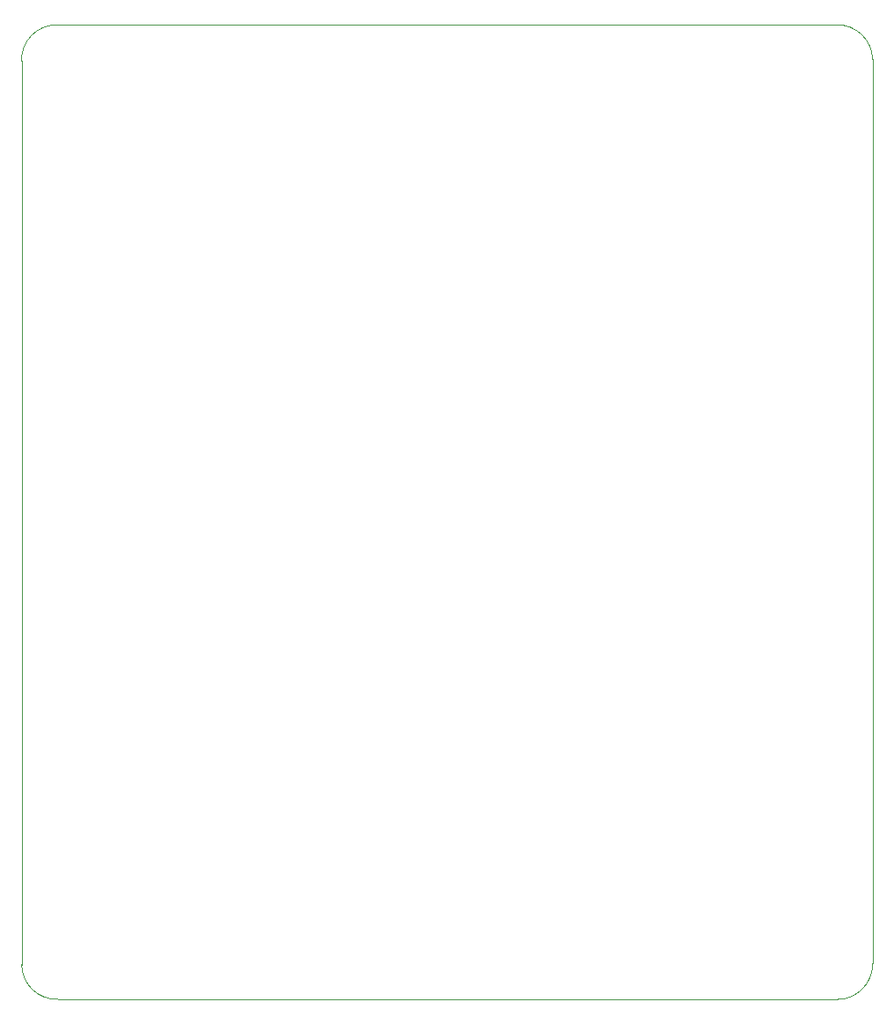
<source format=gbr>
%TF.GenerationSoftware,KiCad,Pcbnew,(5.1.10)-1*%
%TF.CreationDate,2021-10-20T08:10:08-05:00*%
%TF.ProjectId,Mk3,4d6b332e-6b69-4636-9164-5f7063625858,3*%
%TF.SameCoordinates,Original*%
%TF.FileFunction,Profile,NP*%
%FSLAX46Y46*%
G04 Gerber Fmt 4.6, Leading zero omitted, Abs format (unit mm)*
G04 Created by KiCad (PCBNEW (5.1.10)-1) date 2021-10-20 08:10:08*
%MOMM*%
%LPD*%
G01*
G04 APERTURE LIST*
%TA.AperFunction,Profile*%
%ADD10C,0.050000*%
%TD*%
G04 APERTURE END LIST*
D10*
X181386480Y-148000720D02*
X181382354Y-61098771D01*
X99504500Y-148165820D02*
X99500349Y-61260674D01*
X178064160Y-151488140D02*
X102991920Y-151488140D01*
X181388092Y-148002306D02*
G75*
G02*
X178064160Y-151488140I-3384892J-100014D01*
G01*
X102991920Y-151488141D02*
G75*
G02*
X99506086Y-148164209I-100014J3384892D01*
G01*
X177896520Y-57774839D02*
G75*
G02*
X181382354Y-61098771I100014J-3384892D01*
G01*
X99500348Y-61260674D02*
G75*
G02*
X102824280Y-57774840I3384892J100014D01*
G01*
X102824280Y-57774840D02*
X177896520Y-57774840D01*
M02*

</source>
